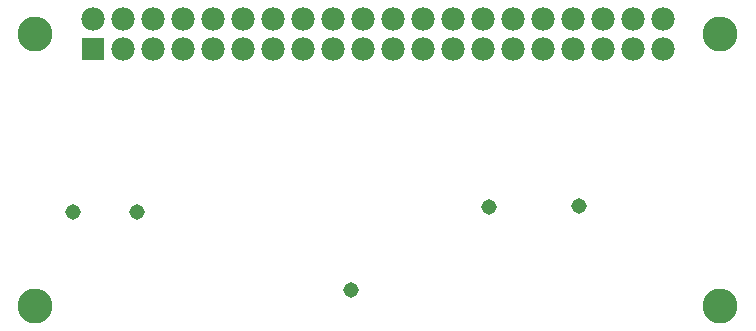
<source format=gbs>
G75*
%MOIN*%
%OFA0B0*%
%FSLAX25Y25*%
%IPPOS*%
%LPD*%
%AMOC8*
5,1,8,0,0,1.08239X$1,22.5*
%
%ADD10R,0.07800X0.07800*%
%ADD11C,0.07800*%
%ADD12C,0.11627*%
%ADD13C,0.05156*%
D10*
X0037953Y0136368D03*
D11*
X0047953Y0136368D03*
X0057953Y0136368D03*
X0067953Y0136368D03*
X0077953Y0136368D03*
X0087953Y0136368D03*
X0097953Y0136368D03*
X0107953Y0136368D03*
X0117953Y0136368D03*
X0127953Y0136368D03*
X0137953Y0136368D03*
X0147953Y0136368D03*
X0157953Y0136368D03*
X0167953Y0136368D03*
X0177953Y0136368D03*
X0187953Y0136368D03*
X0197953Y0136368D03*
X0207953Y0136368D03*
X0217953Y0136368D03*
X0227953Y0136368D03*
X0227953Y0146368D03*
X0217953Y0146368D03*
X0207953Y0146368D03*
X0197953Y0146368D03*
X0187953Y0146368D03*
X0177953Y0146368D03*
X0167953Y0146368D03*
X0157953Y0146368D03*
X0147953Y0146368D03*
X0137953Y0146368D03*
X0127953Y0146368D03*
X0117953Y0146368D03*
X0107953Y0146368D03*
X0097953Y0146368D03*
X0087953Y0146368D03*
X0077953Y0146368D03*
X0067953Y0146368D03*
X0057953Y0146368D03*
X0047953Y0146368D03*
X0037953Y0146368D03*
D12*
X0018780Y0050817D03*
X0018780Y0141368D03*
X0247126Y0141368D03*
X0247126Y0050817D03*
D13*
X0199803Y0083922D03*
X0170073Y0083606D03*
X0124067Y0056039D03*
X0052475Y0082066D03*
X0031352Y0082099D03*
M02*

</source>
